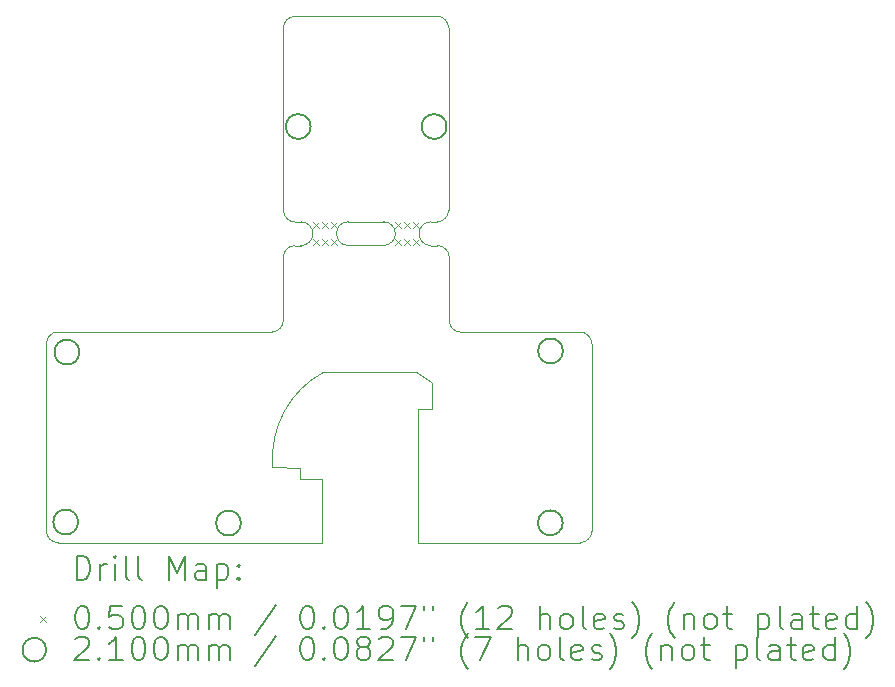
<source format=gbr>
%FSLAX45Y45*%
G04 Gerber Fmt 4.5, Leading zero omitted, Abs format (unit mm)*
G04 Created by KiCad (PCBNEW (6.0.6-0)) date 2022-07-01 09:40:25*
%MOMM*%
%LPD*%
G01*
G04 APERTURE LIST*
%TA.AperFunction,Profile*%
%ADD10C,0.050000*%
%TD*%
%ADD11C,0.200000*%
%ADD12C,0.050000*%
%ADD13C,0.210000*%
G04 APERTURE END LIST*
D10*
X14822932Y-11630152D02*
X14596592Y-11629617D01*
X14822932Y-11723624D02*
X14822932Y-11630152D01*
X15824200Y-11132820D02*
X15943580Y-11132820D01*
X16088997Y-10387000D02*
G75*
G03*
X16189000Y-10483553I98283J1730D01*
G01*
X14685289Y-10382289D02*
X14684931Y-9849231D01*
X15935030Y-9550110D02*
G75*
G03*
X15935030Y-9750130I0J-100010D01*
G01*
X15943580Y-11132820D02*
X15943580Y-10911840D01*
X15235030Y-9749145D02*
X15533197Y-9749120D01*
X14834000Y-9750105D02*
X14780999Y-9750105D01*
X14780999Y-9750100D02*
G75*
G03*
X14684931Y-9849231I3111J-99131D01*
G01*
X15824200Y-12266000D02*
X15824200Y-11132820D01*
X17196290Y-12266290D02*
G75*
G03*
X17296290Y-12166290I0J100000D01*
G01*
X16084750Y-7909160D02*
G75*
G03*
X15984750Y-7809160I-100000J0D01*
G01*
X12678993Y-12169014D02*
G75*
G03*
X12778994Y-12265567I98287J1734D01*
G01*
X14834000Y-9750109D02*
G75*
G03*
X14835030Y-9550286I1000J99909D01*
G01*
X12775110Y-10482895D02*
X14585289Y-10482895D01*
X15989000Y-9750120D02*
X15935030Y-9750130D01*
X17196290Y-12266290D02*
X15824200Y-12266000D01*
X14822932Y-11723624D02*
X15013940Y-11723624D01*
X14785750Y-7809160D02*
X15984750Y-7809160D01*
X15031000Y-10820000D02*
X15806000Y-10820000D01*
X15031000Y-10820000D02*
G75*
G03*
X14596592Y-11629617I387000J-729000D01*
G01*
X16089000Y-9850120D02*
X16089000Y-10387000D01*
X15013940Y-11723624D02*
X15013940Y-12265152D01*
X15943579Y-10911841D02*
G75*
G03*
X15806000Y-10820000I-523989J-635979D01*
G01*
X15235030Y-9549135D02*
X15533757Y-9549135D01*
X15984470Y-9550120D02*
G75*
G03*
X16084470Y-9450120I0J100000D01*
G01*
X14835030Y-9550286D02*
X14785590Y-9550286D01*
X14685594Y-9453733D02*
G75*
G03*
X14785590Y-9550286I98276J1723D01*
G01*
X15533197Y-9749123D02*
G75*
G03*
X15533757Y-9549135I563J99993D01*
G01*
X17296290Y-10582712D02*
X17296290Y-12166290D01*
X16189000Y-10483553D02*
X17196289Y-10482711D01*
X15984470Y-9550120D02*
X15935030Y-9550120D01*
X14685750Y-7909160D02*
X14685590Y-9453733D01*
X16089000Y-9850120D02*
G75*
G03*
X15989000Y-9750120I-100000J0D01*
G01*
X14785750Y-7809160D02*
G75*
G03*
X14685750Y-7909160I0J-100000D01*
G01*
X17296289Y-10582711D02*
G75*
G03*
X17196289Y-10482711I-99999J1D01*
G01*
X14585289Y-10482898D02*
G75*
G03*
X14685289Y-10382289I-609J100608D01*
G01*
X16084750Y-7909160D02*
X16084470Y-9450120D01*
X15235030Y-9549135D02*
G75*
G03*
X15235030Y-9749145I0J-100005D01*
G01*
X12678994Y-12169014D02*
X12679042Y-10582021D01*
X12775110Y-10482893D02*
G75*
G03*
X12679042Y-10582021I1530J-97598D01*
G01*
X15013940Y-12265152D02*
X12778994Y-12265569D01*
D11*
D12*
X14935130Y-9549140D02*
X14985130Y-9599140D01*
X14985130Y-9549140D02*
X14935130Y-9599140D01*
X14935130Y-9699140D02*
X14985130Y-9749140D01*
X14985130Y-9699140D02*
X14935130Y-9749140D01*
X15010130Y-9549140D02*
X15060130Y-9599140D01*
X15060130Y-9549140D02*
X15010130Y-9599140D01*
X15010130Y-9699140D02*
X15060130Y-9749140D01*
X15060130Y-9699140D02*
X15010130Y-9749140D01*
X15085130Y-9549140D02*
X15135130Y-9599140D01*
X15135130Y-9549140D02*
X15085130Y-9599140D01*
X15085130Y-9699140D02*
X15135130Y-9749140D01*
X15135130Y-9699140D02*
X15085130Y-9749140D01*
X15633750Y-9549120D02*
X15683750Y-9599120D01*
X15683750Y-9549120D02*
X15633750Y-9599120D01*
X15633750Y-9699120D02*
X15683750Y-9749120D01*
X15683750Y-9699120D02*
X15633750Y-9749120D01*
X15708750Y-9549120D02*
X15758750Y-9599120D01*
X15758750Y-9549120D02*
X15708750Y-9599120D01*
X15708750Y-9699120D02*
X15758750Y-9749120D01*
X15758750Y-9699120D02*
X15708750Y-9749120D01*
X15783750Y-9549120D02*
X15833750Y-9599120D01*
X15833750Y-9549120D02*
X15783750Y-9599120D01*
X15783750Y-9699120D02*
X15833750Y-9749120D01*
X15833750Y-9699120D02*
X15783750Y-9749120D01*
D13*
X12946732Y-12091416D02*
G75*
G03*
X12946732Y-12091416I-105000J0D01*
G01*
X12957400Y-10652760D02*
G75*
G03*
X12957400Y-10652760I-105000J0D01*
G01*
X14324936Y-12100052D02*
G75*
G03*
X14324936Y-12100052I-105000J0D01*
G01*
X14915740Y-8742680D02*
G75*
G03*
X14915740Y-8742680I-105000J0D01*
G01*
X16066360Y-8742680D02*
G75*
G03*
X16066360Y-8742680I-105000J0D01*
G01*
X17050000Y-12098000D02*
G75*
G03*
X17050000Y-12098000I-105000J0D01*
G01*
X17051880Y-10642600D02*
G75*
G03*
X17051880Y-10642600I-105000J0D01*
G01*
D11*
X12934113Y-12579266D02*
X12934113Y-12379266D01*
X12981732Y-12379266D01*
X13010303Y-12388790D01*
X13029351Y-12407838D01*
X13038874Y-12426885D01*
X13048398Y-12464980D01*
X13048398Y-12493552D01*
X13038874Y-12531647D01*
X13029351Y-12550695D01*
X13010303Y-12569742D01*
X12981732Y-12579266D01*
X12934113Y-12579266D01*
X13134113Y-12579266D02*
X13134113Y-12445933D01*
X13134113Y-12484028D02*
X13143636Y-12464980D01*
X13153160Y-12455457D01*
X13172208Y-12445933D01*
X13191255Y-12445933D01*
X13257922Y-12579266D02*
X13257922Y-12445933D01*
X13257922Y-12379266D02*
X13248398Y-12388790D01*
X13257922Y-12398314D01*
X13267446Y-12388790D01*
X13257922Y-12379266D01*
X13257922Y-12398314D01*
X13381732Y-12579266D02*
X13362684Y-12569742D01*
X13353160Y-12550695D01*
X13353160Y-12379266D01*
X13486494Y-12579266D02*
X13467446Y-12569742D01*
X13457922Y-12550695D01*
X13457922Y-12379266D01*
X13715065Y-12579266D02*
X13715065Y-12379266D01*
X13781732Y-12522123D01*
X13848398Y-12379266D01*
X13848398Y-12579266D01*
X14029351Y-12579266D02*
X14029351Y-12474504D01*
X14019827Y-12455457D01*
X14000779Y-12445933D01*
X13962684Y-12445933D01*
X13943636Y-12455457D01*
X14029351Y-12569742D02*
X14010303Y-12579266D01*
X13962684Y-12579266D01*
X13943636Y-12569742D01*
X13934113Y-12550695D01*
X13934113Y-12531647D01*
X13943636Y-12512600D01*
X13962684Y-12503076D01*
X14010303Y-12503076D01*
X14029351Y-12493552D01*
X14124589Y-12445933D02*
X14124589Y-12645933D01*
X14124589Y-12455457D02*
X14143636Y-12445933D01*
X14181732Y-12445933D01*
X14200779Y-12455457D01*
X14210303Y-12464980D01*
X14219827Y-12484028D01*
X14219827Y-12541171D01*
X14210303Y-12560219D01*
X14200779Y-12569742D01*
X14181732Y-12579266D01*
X14143636Y-12579266D01*
X14124589Y-12569742D01*
X14305541Y-12560219D02*
X14315065Y-12569742D01*
X14305541Y-12579266D01*
X14296017Y-12569742D01*
X14305541Y-12560219D01*
X14305541Y-12579266D01*
X14305541Y-12455457D02*
X14315065Y-12464980D01*
X14305541Y-12474504D01*
X14296017Y-12464980D01*
X14305541Y-12455457D01*
X14305541Y-12474504D01*
D12*
X12626494Y-12883790D02*
X12676494Y-12933790D01*
X12676494Y-12883790D02*
X12626494Y-12933790D01*
D11*
X12972208Y-12799266D02*
X12991255Y-12799266D01*
X13010303Y-12808790D01*
X13019827Y-12818314D01*
X13029351Y-12837361D01*
X13038874Y-12875457D01*
X13038874Y-12923076D01*
X13029351Y-12961171D01*
X13019827Y-12980219D01*
X13010303Y-12989742D01*
X12991255Y-12999266D01*
X12972208Y-12999266D01*
X12953160Y-12989742D01*
X12943636Y-12980219D01*
X12934113Y-12961171D01*
X12924589Y-12923076D01*
X12924589Y-12875457D01*
X12934113Y-12837361D01*
X12943636Y-12818314D01*
X12953160Y-12808790D01*
X12972208Y-12799266D01*
X13124589Y-12980219D02*
X13134113Y-12989742D01*
X13124589Y-12999266D01*
X13115065Y-12989742D01*
X13124589Y-12980219D01*
X13124589Y-12999266D01*
X13315065Y-12799266D02*
X13219827Y-12799266D01*
X13210303Y-12894504D01*
X13219827Y-12884980D01*
X13238874Y-12875457D01*
X13286494Y-12875457D01*
X13305541Y-12884980D01*
X13315065Y-12894504D01*
X13324589Y-12913552D01*
X13324589Y-12961171D01*
X13315065Y-12980219D01*
X13305541Y-12989742D01*
X13286494Y-12999266D01*
X13238874Y-12999266D01*
X13219827Y-12989742D01*
X13210303Y-12980219D01*
X13448398Y-12799266D02*
X13467446Y-12799266D01*
X13486494Y-12808790D01*
X13496017Y-12818314D01*
X13505541Y-12837361D01*
X13515065Y-12875457D01*
X13515065Y-12923076D01*
X13505541Y-12961171D01*
X13496017Y-12980219D01*
X13486494Y-12989742D01*
X13467446Y-12999266D01*
X13448398Y-12999266D01*
X13429351Y-12989742D01*
X13419827Y-12980219D01*
X13410303Y-12961171D01*
X13400779Y-12923076D01*
X13400779Y-12875457D01*
X13410303Y-12837361D01*
X13419827Y-12818314D01*
X13429351Y-12808790D01*
X13448398Y-12799266D01*
X13638874Y-12799266D02*
X13657922Y-12799266D01*
X13676970Y-12808790D01*
X13686494Y-12818314D01*
X13696017Y-12837361D01*
X13705541Y-12875457D01*
X13705541Y-12923076D01*
X13696017Y-12961171D01*
X13686494Y-12980219D01*
X13676970Y-12989742D01*
X13657922Y-12999266D01*
X13638874Y-12999266D01*
X13619827Y-12989742D01*
X13610303Y-12980219D01*
X13600779Y-12961171D01*
X13591255Y-12923076D01*
X13591255Y-12875457D01*
X13600779Y-12837361D01*
X13610303Y-12818314D01*
X13619827Y-12808790D01*
X13638874Y-12799266D01*
X13791255Y-12999266D02*
X13791255Y-12865933D01*
X13791255Y-12884980D02*
X13800779Y-12875457D01*
X13819827Y-12865933D01*
X13848398Y-12865933D01*
X13867446Y-12875457D01*
X13876970Y-12894504D01*
X13876970Y-12999266D01*
X13876970Y-12894504D02*
X13886494Y-12875457D01*
X13905541Y-12865933D01*
X13934113Y-12865933D01*
X13953160Y-12875457D01*
X13962684Y-12894504D01*
X13962684Y-12999266D01*
X14057922Y-12999266D02*
X14057922Y-12865933D01*
X14057922Y-12884980D02*
X14067446Y-12875457D01*
X14086494Y-12865933D01*
X14115065Y-12865933D01*
X14134113Y-12875457D01*
X14143636Y-12894504D01*
X14143636Y-12999266D01*
X14143636Y-12894504D02*
X14153160Y-12875457D01*
X14172208Y-12865933D01*
X14200779Y-12865933D01*
X14219827Y-12875457D01*
X14229351Y-12894504D01*
X14229351Y-12999266D01*
X14619827Y-12789742D02*
X14448398Y-13046885D01*
X14876970Y-12799266D02*
X14896017Y-12799266D01*
X14915065Y-12808790D01*
X14924589Y-12818314D01*
X14934113Y-12837361D01*
X14943636Y-12875457D01*
X14943636Y-12923076D01*
X14934113Y-12961171D01*
X14924589Y-12980219D01*
X14915065Y-12989742D01*
X14896017Y-12999266D01*
X14876970Y-12999266D01*
X14857922Y-12989742D01*
X14848398Y-12980219D01*
X14838874Y-12961171D01*
X14829351Y-12923076D01*
X14829351Y-12875457D01*
X14838874Y-12837361D01*
X14848398Y-12818314D01*
X14857922Y-12808790D01*
X14876970Y-12799266D01*
X15029351Y-12980219D02*
X15038874Y-12989742D01*
X15029351Y-12999266D01*
X15019827Y-12989742D01*
X15029351Y-12980219D01*
X15029351Y-12999266D01*
X15162684Y-12799266D02*
X15181732Y-12799266D01*
X15200779Y-12808790D01*
X15210303Y-12818314D01*
X15219827Y-12837361D01*
X15229351Y-12875457D01*
X15229351Y-12923076D01*
X15219827Y-12961171D01*
X15210303Y-12980219D01*
X15200779Y-12989742D01*
X15181732Y-12999266D01*
X15162684Y-12999266D01*
X15143636Y-12989742D01*
X15134113Y-12980219D01*
X15124589Y-12961171D01*
X15115065Y-12923076D01*
X15115065Y-12875457D01*
X15124589Y-12837361D01*
X15134113Y-12818314D01*
X15143636Y-12808790D01*
X15162684Y-12799266D01*
X15419827Y-12999266D02*
X15305541Y-12999266D01*
X15362684Y-12999266D02*
X15362684Y-12799266D01*
X15343636Y-12827838D01*
X15324589Y-12846885D01*
X15305541Y-12856409D01*
X15515065Y-12999266D02*
X15553160Y-12999266D01*
X15572208Y-12989742D01*
X15581732Y-12980219D01*
X15600779Y-12951647D01*
X15610303Y-12913552D01*
X15610303Y-12837361D01*
X15600779Y-12818314D01*
X15591255Y-12808790D01*
X15572208Y-12799266D01*
X15534113Y-12799266D01*
X15515065Y-12808790D01*
X15505541Y-12818314D01*
X15496017Y-12837361D01*
X15496017Y-12884980D01*
X15505541Y-12904028D01*
X15515065Y-12913552D01*
X15534113Y-12923076D01*
X15572208Y-12923076D01*
X15591255Y-12913552D01*
X15600779Y-12904028D01*
X15610303Y-12884980D01*
X15676970Y-12799266D02*
X15810303Y-12799266D01*
X15724589Y-12999266D01*
X15876970Y-12799266D02*
X15876970Y-12837361D01*
X15953160Y-12799266D02*
X15953160Y-12837361D01*
X16248398Y-13075457D02*
X16238874Y-13065933D01*
X16219827Y-13037361D01*
X16210303Y-13018314D01*
X16200779Y-12989742D01*
X16191255Y-12942123D01*
X16191255Y-12904028D01*
X16200779Y-12856409D01*
X16210303Y-12827838D01*
X16219827Y-12808790D01*
X16238874Y-12780219D01*
X16248398Y-12770695D01*
X16429351Y-12999266D02*
X16315065Y-12999266D01*
X16372208Y-12999266D02*
X16372208Y-12799266D01*
X16353160Y-12827838D01*
X16334113Y-12846885D01*
X16315065Y-12856409D01*
X16505541Y-12818314D02*
X16515065Y-12808790D01*
X16534113Y-12799266D01*
X16581732Y-12799266D01*
X16600779Y-12808790D01*
X16610303Y-12818314D01*
X16619827Y-12837361D01*
X16619827Y-12856409D01*
X16610303Y-12884980D01*
X16496017Y-12999266D01*
X16619827Y-12999266D01*
X16857922Y-12999266D02*
X16857922Y-12799266D01*
X16943636Y-12999266D02*
X16943636Y-12894504D01*
X16934113Y-12875457D01*
X16915065Y-12865933D01*
X16886494Y-12865933D01*
X16867446Y-12875457D01*
X16857922Y-12884980D01*
X17067446Y-12999266D02*
X17048398Y-12989742D01*
X17038875Y-12980219D01*
X17029351Y-12961171D01*
X17029351Y-12904028D01*
X17038875Y-12884980D01*
X17048398Y-12875457D01*
X17067446Y-12865933D01*
X17096017Y-12865933D01*
X17115065Y-12875457D01*
X17124589Y-12884980D01*
X17134113Y-12904028D01*
X17134113Y-12961171D01*
X17124589Y-12980219D01*
X17115065Y-12989742D01*
X17096017Y-12999266D01*
X17067446Y-12999266D01*
X17248398Y-12999266D02*
X17229351Y-12989742D01*
X17219827Y-12970695D01*
X17219827Y-12799266D01*
X17400779Y-12989742D02*
X17381732Y-12999266D01*
X17343636Y-12999266D01*
X17324589Y-12989742D01*
X17315065Y-12970695D01*
X17315065Y-12894504D01*
X17324589Y-12875457D01*
X17343636Y-12865933D01*
X17381732Y-12865933D01*
X17400779Y-12875457D01*
X17410303Y-12894504D01*
X17410303Y-12913552D01*
X17315065Y-12932600D01*
X17486494Y-12989742D02*
X17505541Y-12999266D01*
X17543636Y-12999266D01*
X17562684Y-12989742D01*
X17572208Y-12970695D01*
X17572208Y-12961171D01*
X17562684Y-12942123D01*
X17543636Y-12932600D01*
X17515065Y-12932600D01*
X17496017Y-12923076D01*
X17486494Y-12904028D01*
X17486494Y-12894504D01*
X17496017Y-12875457D01*
X17515065Y-12865933D01*
X17543636Y-12865933D01*
X17562684Y-12875457D01*
X17638875Y-13075457D02*
X17648398Y-13065933D01*
X17667446Y-13037361D01*
X17676970Y-13018314D01*
X17686494Y-12989742D01*
X17696017Y-12942123D01*
X17696017Y-12904028D01*
X17686494Y-12856409D01*
X17676970Y-12827838D01*
X17667446Y-12808790D01*
X17648398Y-12780219D01*
X17638875Y-12770695D01*
X18000779Y-13075457D02*
X17991256Y-13065933D01*
X17972208Y-13037361D01*
X17962684Y-13018314D01*
X17953160Y-12989742D01*
X17943636Y-12942123D01*
X17943636Y-12904028D01*
X17953160Y-12856409D01*
X17962684Y-12827838D01*
X17972208Y-12808790D01*
X17991256Y-12780219D01*
X18000779Y-12770695D01*
X18076970Y-12865933D02*
X18076970Y-12999266D01*
X18076970Y-12884980D02*
X18086494Y-12875457D01*
X18105541Y-12865933D01*
X18134113Y-12865933D01*
X18153160Y-12875457D01*
X18162684Y-12894504D01*
X18162684Y-12999266D01*
X18286494Y-12999266D02*
X18267446Y-12989742D01*
X18257922Y-12980219D01*
X18248398Y-12961171D01*
X18248398Y-12904028D01*
X18257922Y-12884980D01*
X18267446Y-12875457D01*
X18286494Y-12865933D01*
X18315065Y-12865933D01*
X18334113Y-12875457D01*
X18343636Y-12884980D01*
X18353160Y-12904028D01*
X18353160Y-12961171D01*
X18343636Y-12980219D01*
X18334113Y-12989742D01*
X18315065Y-12999266D01*
X18286494Y-12999266D01*
X18410303Y-12865933D02*
X18486494Y-12865933D01*
X18438875Y-12799266D02*
X18438875Y-12970695D01*
X18448398Y-12989742D01*
X18467446Y-12999266D01*
X18486494Y-12999266D01*
X18705541Y-12865933D02*
X18705541Y-13065933D01*
X18705541Y-12875457D02*
X18724589Y-12865933D01*
X18762684Y-12865933D01*
X18781732Y-12875457D01*
X18791256Y-12884980D01*
X18800779Y-12904028D01*
X18800779Y-12961171D01*
X18791256Y-12980219D01*
X18781732Y-12989742D01*
X18762684Y-12999266D01*
X18724589Y-12999266D01*
X18705541Y-12989742D01*
X18915065Y-12999266D02*
X18896017Y-12989742D01*
X18886494Y-12970695D01*
X18886494Y-12799266D01*
X19076970Y-12999266D02*
X19076970Y-12894504D01*
X19067446Y-12875457D01*
X19048398Y-12865933D01*
X19010303Y-12865933D01*
X18991256Y-12875457D01*
X19076970Y-12989742D02*
X19057922Y-12999266D01*
X19010303Y-12999266D01*
X18991256Y-12989742D01*
X18981732Y-12970695D01*
X18981732Y-12951647D01*
X18991256Y-12932600D01*
X19010303Y-12923076D01*
X19057922Y-12923076D01*
X19076970Y-12913552D01*
X19143636Y-12865933D02*
X19219827Y-12865933D01*
X19172208Y-12799266D02*
X19172208Y-12970695D01*
X19181732Y-12989742D01*
X19200779Y-12999266D01*
X19219827Y-12999266D01*
X19362684Y-12989742D02*
X19343636Y-12999266D01*
X19305541Y-12999266D01*
X19286494Y-12989742D01*
X19276970Y-12970695D01*
X19276970Y-12894504D01*
X19286494Y-12875457D01*
X19305541Y-12865933D01*
X19343636Y-12865933D01*
X19362684Y-12875457D01*
X19372208Y-12894504D01*
X19372208Y-12913552D01*
X19276970Y-12932600D01*
X19543636Y-12999266D02*
X19543636Y-12799266D01*
X19543636Y-12989742D02*
X19524589Y-12999266D01*
X19486494Y-12999266D01*
X19467446Y-12989742D01*
X19457922Y-12980219D01*
X19448398Y-12961171D01*
X19448398Y-12904028D01*
X19457922Y-12884980D01*
X19467446Y-12875457D01*
X19486494Y-12865933D01*
X19524589Y-12865933D01*
X19543636Y-12875457D01*
X19619827Y-13075457D02*
X19629351Y-13065933D01*
X19648398Y-13037361D01*
X19657922Y-13018314D01*
X19667446Y-12989742D01*
X19676970Y-12942123D01*
X19676970Y-12904028D01*
X19667446Y-12856409D01*
X19657922Y-12827838D01*
X19648398Y-12808790D01*
X19629351Y-12780219D01*
X19619827Y-12770695D01*
X12676494Y-13172790D02*
G75*
G03*
X12676494Y-13172790I-100000J0D01*
G01*
X12924589Y-13082314D02*
X12934113Y-13072790D01*
X12953160Y-13063266D01*
X13000779Y-13063266D01*
X13019827Y-13072790D01*
X13029351Y-13082314D01*
X13038874Y-13101361D01*
X13038874Y-13120409D01*
X13029351Y-13148980D01*
X12915065Y-13263266D01*
X13038874Y-13263266D01*
X13124589Y-13244219D02*
X13134113Y-13253742D01*
X13124589Y-13263266D01*
X13115065Y-13253742D01*
X13124589Y-13244219D01*
X13124589Y-13263266D01*
X13324589Y-13263266D02*
X13210303Y-13263266D01*
X13267446Y-13263266D02*
X13267446Y-13063266D01*
X13248398Y-13091838D01*
X13229351Y-13110885D01*
X13210303Y-13120409D01*
X13448398Y-13063266D02*
X13467446Y-13063266D01*
X13486494Y-13072790D01*
X13496017Y-13082314D01*
X13505541Y-13101361D01*
X13515065Y-13139457D01*
X13515065Y-13187076D01*
X13505541Y-13225171D01*
X13496017Y-13244219D01*
X13486494Y-13253742D01*
X13467446Y-13263266D01*
X13448398Y-13263266D01*
X13429351Y-13253742D01*
X13419827Y-13244219D01*
X13410303Y-13225171D01*
X13400779Y-13187076D01*
X13400779Y-13139457D01*
X13410303Y-13101361D01*
X13419827Y-13082314D01*
X13429351Y-13072790D01*
X13448398Y-13063266D01*
X13638874Y-13063266D02*
X13657922Y-13063266D01*
X13676970Y-13072790D01*
X13686494Y-13082314D01*
X13696017Y-13101361D01*
X13705541Y-13139457D01*
X13705541Y-13187076D01*
X13696017Y-13225171D01*
X13686494Y-13244219D01*
X13676970Y-13253742D01*
X13657922Y-13263266D01*
X13638874Y-13263266D01*
X13619827Y-13253742D01*
X13610303Y-13244219D01*
X13600779Y-13225171D01*
X13591255Y-13187076D01*
X13591255Y-13139457D01*
X13600779Y-13101361D01*
X13610303Y-13082314D01*
X13619827Y-13072790D01*
X13638874Y-13063266D01*
X13791255Y-13263266D02*
X13791255Y-13129933D01*
X13791255Y-13148980D02*
X13800779Y-13139457D01*
X13819827Y-13129933D01*
X13848398Y-13129933D01*
X13867446Y-13139457D01*
X13876970Y-13158504D01*
X13876970Y-13263266D01*
X13876970Y-13158504D02*
X13886494Y-13139457D01*
X13905541Y-13129933D01*
X13934113Y-13129933D01*
X13953160Y-13139457D01*
X13962684Y-13158504D01*
X13962684Y-13263266D01*
X14057922Y-13263266D02*
X14057922Y-13129933D01*
X14057922Y-13148980D02*
X14067446Y-13139457D01*
X14086494Y-13129933D01*
X14115065Y-13129933D01*
X14134113Y-13139457D01*
X14143636Y-13158504D01*
X14143636Y-13263266D01*
X14143636Y-13158504D02*
X14153160Y-13139457D01*
X14172208Y-13129933D01*
X14200779Y-13129933D01*
X14219827Y-13139457D01*
X14229351Y-13158504D01*
X14229351Y-13263266D01*
X14619827Y-13053742D02*
X14448398Y-13310885D01*
X14876970Y-13063266D02*
X14896017Y-13063266D01*
X14915065Y-13072790D01*
X14924589Y-13082314D01*
X14934113Y-13101361D01*
X14943636Y-13139457D01*
X14943636Y-13187076D01*
X14934113Y-13225171D01*
X14924589Y-13244219D01*
X14915065Y-13253742D01*
X14896017Y-13263266D01*
X14876970Y-13263266D01*
X14857922Y-13253742D01*
X14848398Y-13244219D01*
X14838874Y-13225171D01*
X14829351Y-13187076D01*
X14829351Y-13139457D01*
X14838874Y-13101361D01*
X14848398Y-13082314D01*
X14857922Y-13072790D01*
X14876970Y-13063266D01*
X15029351Y-13244219D02*
X15038874Y-13253742D01*
X15029351Y-13263266D01*
X15019827Y-13253742D01*
X15029351Y-13244219D01*
X15029351Y-13263266D01*
X15162684Y-13063266D02*
X15181732Y-13063266D01*
X15200779Y-13072790D01*
X15210303Y-13082314D01*
X15219827Y-13101361D01*
X15229351Y-13139457D01*
X15229351Y-13187076D01*
X15219827Y-13225171D01*
X15210303Y-13244219D01*
X15200779Y-13253742D01*
X15181732Y-13263266D01*
X15162684Y-13263266D01*
X15143636Y-13253742D01*
X15134113Y-13244219D01*
X15124589Y-13225171D01*
X15115065Y-13187076D01*
X15115065Y-13139457D01*
X15124589Y-13101361D01*
X15134113Y-13082314D01*
X15143636Y-13072790D01*
X15162684Y-13063266D01*
X15343636Y-13148980D02*
X15324589Y-13139457D01*
X15315065Y-13129933D01*
X15305541Y-13110885D01*
X15305541Y-13101361D01*
X15315065Y-13082314D01*
X15324589Y-13072790D01*
X15343636Y-13063266D01*
X15381732Y-13063266D01*
X15400779Y-13072790D01*
X15410303Y-13082314D01*
X15419827Y-13101361D01*
X15419827Y-13110885D01*
X15410303Y-13129933D01*
X15400779Y-13139457D01*
X15381732Y-13148980D01*
X15343636Y-13148980D01*
X15324589Y-13158504D01*
X15315065Y-13168028D01*
X15305541Y-13187076D01*
X15305541Y-13225171D01*
X15315065Y-13244219D01*
X15324589Y-13253742D01*
X15343636Y-13263266D01*
X15381732Y-13263266D01*
X15400779Y-13253742D01*
X15410303Y-13244219D01*
X15419827Y-13225171D01*
X15419827Y-13187076D01*
X15410303Y-13168028D01*
X15400779Y-13158504D01*
X15381732Y-13148980D01*
X15496017Y-13082314D02*
X15505541Y-13072790D01*
X15524589Y-13063266D01*
X15572208Y-13063266D01*
X15591255Y-13072790D01*
X15600779Y-13082314D01*
X15610303Y-13101361D01*
X15610303Y-13120409D01*
X15600779Y-13148980D01*
X15486494Y-13263266D01*
X15610303Y-13263266D01*
X15676970Y-13063266D02*
X15810303Y-13063266D01*
X15724589Y-13263266D01*
X15876970Y-13063266D02*
X15876970Y-13101361D01*
X15953160Y-13063266D02*
X15953160Y-13101361D01*
X16248398Y-13339457D02*
X16238874Y-13329933D01*
X16219827Y-13301361D01*
X16210303Y-13282314D01*
X16200779Y-13253742D01*
X16191255Y-13206123D01*
X16191255Y-13168028D01*
X16200779Y-13120409D01*
X16210303Y-13091838D01*
X16219827Y-13072790D01*
X16238874Y-13044219D01*
X16248398Y-13034695D01*
X16305541Y-13063266D02*
X16438874Y-13063266D01*
X16353160Y-13263266D01*
X16667446Y-13263266D02*
X16667446Y-13063266D01*
X16753160Y-13263266D02*
X16753160Y-13158504D01*
X16743636Y-13139457D01*
X16724589Y-13129933D01*
X16696017Y-13129933D01*
X16676970Y-13139457D01*
X16667446Y-13148980D01*
X16876970Y-13263266D02*
X16857922Y-13253742D01*
X16848398Y-13244219D01*
X16838875Y-13225171D01*
X16838875Y-13168028D01*
X16848398Y-13148980D01*
X16857922Y-13139457D01*
X16876970Y-13129933D01*
X16905541Y-13129933D01*
X16924589Y-13139457D01*
X16934113Y-13148980D01*
X16943636Y-13168028D01*
X16943636Y-13225171D01*
X16934113Y-13244219D01*
X16924589Y-13253742D01*
X16905541Y-13263266D01*
X16876970Y-13263266D01*
X17057922Y-13263266D02*
X17038875Y-13253742D01*
X17029351Y-13234695D01*
X17029351Y-13063266D01*
X17210303Y-13253742D02*
X17191256Y-13263266D01*
X17153160Y-13263266D01*
X17134113Y-13253742D01*
X17124589Y-13234695D01*
X17124589Y-13158504D01*
X17134113Y-13139457D01*
X17153160Y-13129933D01*
X17191256Y-13129933D01*
X17210303Y-13139457D01*
X17219827Y-13158504D01*
X17219827Y-13177552D01*
X17124589Y-13196600D01*
X17296017Y-13253742D02*
X17315065Y-13263266D01*
X17353160Y-13263266D01*
X17372208Y-13253742D01*
X17381732Y-13234695D01*
X17381732Y-13225171D01*
X17372208Y-13206123D01*
X17353160Y-13196600D01*
X17324589Y-13196600D01*
X17305541Y-13187076D01*
X17296017Y-13168028D01*
X17296017Y-13158504D01*
X17305541Y-13139457D01*
X17324589Y-13129933D01*
X17353160Y-13129933D01*
X17372208Y-13139457D01*
X17448398Y-13339457D02*
X17457922Y-13329933D01*
X17476970Y-13301361D01*
X17486494Y-13282314D01*
X17496017Y-13253742D01*
X17505541Y-13206123D01*
X17505541Y-13168028D01*
X17496017Y-13120409D01*
X17486494Y-13091838D01*
X17476970Y-13072790D01*
X17457922Y-13044219D01*
X17448398Y-13034695D01*
X17810303Y-13339457D02*
X17800779Y-13329933D01*
X17781732Y-13301361D01*
X17772208Y-13282314D01*
X17762684Y-13253742D01*
X17753160Y-13206123D01*
X17753160Y-13168028D01*
X17762684Y-13120409D01*
X17772208Y-13091838D01*
X17781732Y-13072790D01*
X17800779Y-13044219D01*
X17810303Y-13034695D01*
X17886494Y-13129933D02*
X17886494Y-13263266D01*
X17886494Y-13148980D02*
X17896017Y-13139457D01*
X17915065Y-13129933D01*
X17943636Y-13129933D01*
X17962684Y-13139457D01*
X17972208Y-13158504D01*
X17972208Y-13263266D01*
X18096017Y-13263266D02*
X18076970Y-13253742D01*
X18067446Y-13244219D01*
X18057922Y-13225171D01*
X18057922Y-13168028D01*
X18067446Y-13148980D01*
X18076970Y-13139457D01*
X18096017Y-13129933D01*
X18124589Y-13129933D01*
X18143636Y-13139457D01*
X18153160Y-13148980D01*
X18162684Y-13168028D01*
X18162684Y-13225171D01*
X18153160Y-13244219D01*
X18143636Y-13253742D01*
X18124589Y-13263266D01*
X18096017Y-13263266D01*
X18219827Y-13129933D02*
X18296017Y-13129933D01*
X18248398Y-13063266D02*
X18248398Y-13234695D01*
X18257922Y-13253742D01*
X18276970Y-13263266D01*
X18296017Y-13263266D01*
X18515065Y-13129933D02*
X18515065Y-13329933D01*
X18515065Y-13139457D02*
X18534113Y-13129933D01*
X18572208Y-13129933D01*
X18591256Y-13139457D01*
X18600779Y-13148980D01*
X18610303Y-13168028D01*
X18610303Y-13225171D01*
X18600779Y-13244219D01*
X18591256Y-13253742D01*
X18572208Y-13263266D01*
X18534113Y-13263266D01*
X18515065Y-13253742D01*
X18724589Y-13263266D02*
X18705541Y-13253742D01*
X18696017Y-13234695D01*
X18696017Y-13063266D01*
X18886494Y-13263266D02*
X18886494Y-13158504D01*
X18876970Y-13139457D01*
X18857922Y-13129933D01*
X18819827Y-13129933D01*
X18800779Y-13139457D01*
X18886494Y-13253742D02*
X18867446Y-13263266D01*
X18819827Y-13263266D01*
X18800779Y-13253742D01*
X18791256Y-13234695D01*
X18791256Y-13215647D01*
X18800779Y-13196600D01*
X18819827Y-13187076D01*
X18867446Y-13187076D01*
X18886494Y-13177552D01*
X18953160Y-13129933D02*
X19029351Y-13129933D01*
X18981732Y-13063266D02*
X18981732Y-13234695D01*
X18991256Y-13253742D01*
X19010303Y-13263266D01*
X19029351Y-13263266D01*
X19172208Y-13253742D02*
X19153160Y-13263266D01*
X19115065Y-13263266D01*
X19096017Y-13253742D01*
X19086494Y-13234695D01*
X19086494Y-13158504D01*
X19096017Y-13139457D01*
X19115065Y-13129933D01*
X19153160Y-13129933D01*
X19172208Y-13139457D01*
X19181732Y-13158504D01*
X19181732Y-13177552D01*
X19086494Y-13196600D01*
X19353160Y-13263266D02*
X19353160Y-13063266D01*
X19353160Y-13253742D02*
X19334113Y-13263266D01*
X19296017Y-13263266D01*
X19276970Y-13253742D01*
X19267446Y-13244219D01*
X19257922Y-13225171D01*
X19257922Y-13168028D01*
X19267446Y-13148980D01*
X19276970Y-13139457D01*
X19296017Y-13129933D01*
X19334113Y-13129933D01*
X19353160Y-13139457D01*
X19429351Y-13339457D02*
X19438875Y-13329933D01*
X19457922Y-13301361D01*
X19467446Y-13282314D01*
X19476970Y-13253742D01*
X19486494Y-13206123D01*
X19486494Y-13168028D01*
X19476970Y-13120409D01*
X19467446Y-13091838D01*
X19457922Y-13072790D01*
X19438875Y-13044219D01*
X19429351Y-13034695D01*
M02*

</source>
